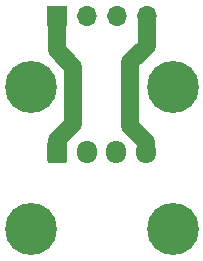
<source format=gtl>
G04 #@! TF.GenerationSoftware,KiCad,Pcbnew,5.1.9-73d0e3b20d~88~ubuntu18.04.1*
G04 #@! TF.CreationDate,2021-02-15T13:14:34-05:00*
G04 #@! TF.ProjectId,connector,636f6e6e-6563-4746-9f72-2e6b69636164,v1.0.0*
G04 #@! TF.SameCoordinates,Original*
G04 #@! TF.FileFunction,Copper,L1,Top*
G04 #@! TF.FilePolarity,Positive*
%FSLAX46Y46*%
G04 Gerber Fmt 4.6, Leading zero omitted, Abs format (unit mm)*
G04 Created by KiCad (PCBNEW 5.1.9-73d0e3b20d~88~ubuntu18.04.1) date 2021-02-15 13:14:34*
%MOMM*%
%LPD*%
G01*
G04 APERTURE LIST*
G04 #@! TA.AperFunction,ComponentPad*
%ADD10C,4.400000*%
G04 #@! TD*
G04 #@! TA.AperFunction,ComponentPad*
%ADD11C,0.700000*%
G04 #@! TD*
G04 #@! TA.AperFunction,ComponentPad*
%ADD12O,1.700000X1.950000*%
G04 #@! TD*
G04 #@! TA.AperFunction,ComponentPad*
%ADD13R,1.700000X1.700000*%
G04 #@! TD*
G04 #@! TA.AperFunction,ComponentPad*
%ADD14O,1.700000X1.700000*%
G04 #@! TD*
G04 #@! TA.AperFunction,Conductor*
%ADD15C,1.500000*%
G04 #@! TD*
G04 APERTURE END LIST*
D10*
X94000000Y-96250000D03*
D11*
X95650000Y-96250000D03*
X95166726Y-97416726D03*
X94000000Y-97900000D03*
X92833274Y-97416726D03*
X92350000Y-96250000D03*
X92833274Y-95083274D03*
X94000000Y-94600000D03*
X95166726Y-95083274D03*
X107166726Y-95083274D03*
X106000000Y-94600000D03*
X104833274Y-95083274D03*
X104350000Y-96250000D03*
X104833274Y-97416726D03*
X106000000Y-97900000D03*
X107166726Y-97416726D03*
X107650000Y-96250000D03*
D10*
X106000000Y-96250000D03*
X94000000Y-108250000D03*
D11*
X95650000Y-108250000D03*
X95166726Y-109416726D03*
X94000000Y-109900000D03*
X92833274Y-109416726D03*
X92350000Y-108250000D03*
X92833274Y-107083274D03*
X94000000Y-106600000D03*
X95166726Y-107083274D03*
X107166726Y-107083274D03*
X106000000Y-106600000D03*
X104833274Y-107083274D03*
X104350000Y-108250000D03*
X104833274Y-109416726D03*
X106000000Y-109900000D03*
X107166726Y-109416726D03*
X107650000Y-108250000D03*
D10*
X106000000Y-108250000D03*
G04 #@! TA.AperFunction,ComponentPad*
G36*
G01*
X95390600Y-102452000D02*
X95390600Y-101002000D01*
G75*
G02*
X95640600Y-100752000I250000J0D01*
G01*
X96840600Y-100752000D01*
G75*
G02*
X97090600Y-101002000I0J-250000D01*
G01*
X97090600Y-102452000D01*
G75*
G02*
X96840600Y-102702000I-250000J0D01*
G01*
X95640600Y-102702000D01*
G75*
G02*
X95390600Y-102452000I0J250000D01*
G01*
G37*
G04 #@! TD.AperFunction*
D12*
X98740600Y-101727000D03*
X101240600Y-101727000D03*
X103740600Y-101727000D03*
D13*
X96190600Y-90246200D03*
D14*
X98730600Y-90246200D03*
X101270600Y-90246200D03*
X103810600Y-90246200D03*
D15*
X96240600Y-100752000D02*
X96240600Y-101727000D01*
X97600001Y-99392599D02*
X96240600Y-100752000D01*
X97600001Y-94521999D02*
X97600001Y-99392599D01*
X96190600Y-93112598D02*
X97600001Y-94521999D01*
X96190600Y-90246200D02*
X96190600Y-93112598D01*
X102399999Y-99579405D02*
X102399999Y-94170601D01*
X103740600Y-101727000D02*
X103740600Y-100920006D01*
X103740600Y-100920006D02*
X102399999Y-99579405D01*
X103810600Y-92760000D02*
X103810600Y-90246200D01*
X102399999Y-94170601D02*
X103810600Y-92760000D01*
M02*

</source>
